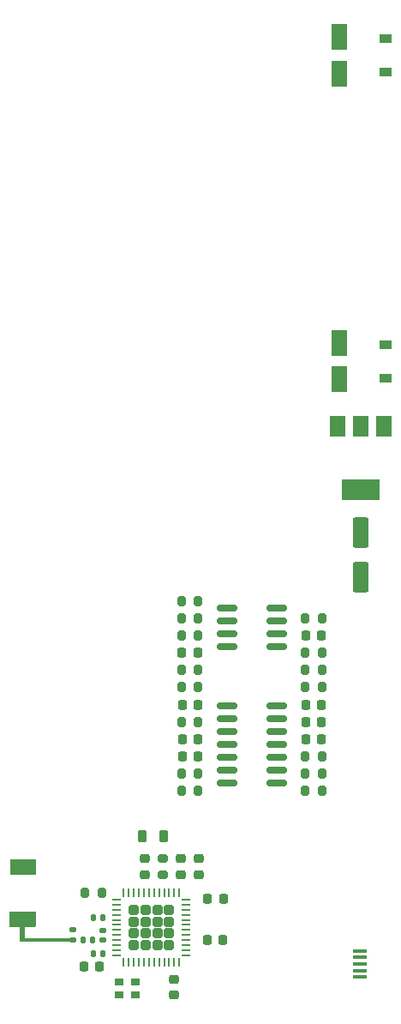
<source format=gbr>
%TF.GenerationSoftware,KiCad,Pcbnew,(6.0.1)*%
%TF.CreationDate,2022-03-12T16:38:44+00:00*%
%TF.ProjectId,Ball_Base_Components,42616c6c-5f42-4617-9365-5f436f6d706f,rev?*%
%TF.SameCoordinates,Original*%
%TF.FileFunction,Paste,Top*%
%TF.FilePolarity,Positive*%
%FSLAX46Y46*%
G04 Gerber Fmt 4.6, Leading zero omitted, Abs format (unit mm)*
G04 Created by KiCad (PCBNEW (6.0.1)) date 2022-03-12 16:38:44*
%MOMM*%
%LPD*%
G01*
G04 APERTURE LIST*
G04 Aperture macros list*
%AMRoundRect*
0 Rectangle with rounded corners*
0 $1 Rounding radius*
0 $2 $3 $4 $5 $6 $7 $8 $9 X,Y pos of 4 corners*
0 Add a 4 corners polygon primitive as box body*
4,1,4,$2,$3,$4,$5,$6,$7,$8,$9,$2,$3,0*
0 Add four circle primitives for the rounded corners*
1,1,$1+$1,$2,$3*
1,1,$1+$1,$4,$5*
1,1,$1+$1,$6,$7*
1,1,$1+$1,$8,$9*
0 Add four rect primitives between the rounded corners*
20,1,$1+$1,$2,$3,$4,$5,0*
20,1,$1+$1,$4,$5,$6,$7,0*
20,1,$1+$1,$6,$7,$8,$9,0*
20,1,$1+$1,$8,$9,$2,$3,0*%
%AMFreePoly0*
4,1,21,4.785355,0.185355,4.800000,0.150000,4.800000,-1.300000,5.800000,-1.300000,5.835355,-1.314645,5.850000,-1.350000,5.850000,-2.750000,5.835355,-2.785355,5.800000,-2.800000,3.300000,-2.800000,3.264645,-2.785355,3.250000,-2.750000,3.250000,-1.350000,3.264645,-1.314645,3.300000,-1.300000,4.300000,-1.300000,4.300000,-0.200000,-0.100000,-0.200000,-0.100000,0.200000,4.750000,0.200000,
4.785355,0.185355,4.785355,0.185355,$1*%
G04 Aperture macros list end*
%ADD10RoundRect,0.200000X0.200000X0.275000X-0.200000X0.275000X-0.200000X-0.275000X0.200000X-0.275000X0*%
%ADD11RoundRect,0.225000X0.225000X0.250000X-0.225000X0.250000X-0.225000X-0.250000X0.225000X-0.250000X0*%
%ADD12RoundRect,0.200000X-0.200000X-0.275000X0.200000X-0.275000X0.200000X0.275000X-0.200000X0.275000X0*%
%ADD13R,0.900000X0.800000*%
%ADD14RoundRect,0.225000X0.250000X-0.225000X0.250000X0.225000X-0.250000X0.225000X-0.250000X-0.225000X0*%
%ADD15RoundRect,0.225000X-0.250000X0.225000X-0.250000X-0.225000X0.250000X-0.225000X0.250000X0.225000X0*%
%ADD16R,1.200000X0.900000*%
%ADD17R,1.350000X0.400000*%
%ADD18RoundRect,0.250000X0.550000X-1.050000X0.550000X1.050000X-0.550000X1.050000X-0.550000X-1.050000X0*%
%ADD19RoundRect,0.225000X-0.225000X-0.250000X0.225000X-0.250000X0.225000X0.250000X-0.225000X0.250000X0*%
%ADD20RoundRect,0.250000X-0.550000X1.250000X-0.550000X-1.250000X0.550000X-1.250000X0.550000X1.250000X0*%
%ADD21RoundRect,0.140000X0.170000X-0.140000X0.170000X0.140000X-0.170000X0.140000X-0.170000X-0.140000X0*%
%ADD22RoundRect,0.249323X-0.249323X0.249323X-0.249323X-0.249323X0.249323X-0.249323X0.249323X0.249323X0*%
%ADD23RoundRect,0.062500X-0.062500X0.375000X-0.062500X-0.375000X0.062500X-0.375000X0.062500X0.375000X0*%
%ADD24RoundRect,0.062500X-0.375000X0.062500X-0.375000X-0.062500X0.375000X-0.062500X0.375000X0.062500X0*%
%ADD25R,1.500000X2.000000*%
%ADD26R,3.800000X2.000000*%
%ADD27RoundRect,0.200000X-0.275000X0.200000X-0.275000X-0.200000X0.275000X-0.200000X0.275000X0.200000X0*%
%ADD28RoundRect,0.147500X0.147500X0.172500X-0.147500X0.172500X-0.147500X-0.172500X0.147500X-0.172500X0*%
%ADD29RoundRect,0.140000X0.140000X0.170000X-0.140000X0.170000X-0.140000X-0.170000X0.140000X-0.170000X0*%
%ADD30RoundRect,0.150000X-0.825000X-0.150000X0.825000X-0.150000X0.825000X0.150000X-0.825000X0.150000X0*%
%ADD31RoundRect,0.218750X-0.218750X-0.381250X0.218750X-0.381250X0.218750X0.381250X-0.218750X0.381250X0*%
%ADD32RoundRect,0.150000X0.825000X0.150000X-0.825000X0.150000X-0.825000X-0.150000X0.825000X-0.150000X0*%
%ADD33FreePoly0,180.000000*%
%ADD34R,2.600000X1.500000*%
G04 APERTURE END LIST*
D10*
%TO.C,R5*%
X153425000Y-131400000D03*
X151775000Y-131400000D03*
%TD*%
D11*
%TO.C,C8*%
X131475000Y-150500000D03*
X129925000Y-150500000D03*
%TD*%
D12*
%TO.C,R2*%
X139575000Y-131400000D03*
X141225000Y-131400000D03*
%TD*%
D13*
%TO.C,Y1*%
X133375000Y-153225000D03*
X135025000Y-153225000D03*
X135025000Y-151975000D03*
X133375000Y-151975000D03*
%TD*%
D14*
%TO.C,C2*%
X139500000Y-141375000D03*
X139500000Y-139825000D03*
%TD*%
D15*
%TO.C,C7*%
X135900000Y-139825000D03*
X135900000Y-141375000D03*
%TD*%
%TO.C,C4*%
X138800000Y-151725000D03*
X138800000Y-153275000D03*
%TD*%
D10*
%TO.C,R4*%
X153425000Y-133100000D03*
X151775000Y-133100000D03*
%TD*%
D12*
%TO.C,R12*%
X139575000Y-116100000D03*
X141225000Y-116100000D03*
%TD*%
D16*
%TO.C,D1*%
X159700000Y-92337500D03*
X159700000Y-89037500D03*
%TD*%
D17*
%TO.C,J3*%
X157215000Y-151500000D03*
X157215000Y-150850000D03*
X157215000Y-150200000D03*
X157215000Y-149550000D03*
X157215000Y-148900000D03*
%TD*%
D18*
%TO.C,C11*%
X155200000Y-62300000D03*
X155200000Y-58700000D03*
%TD*%
D19*
%TO.C,C6*%
X142125000Y-147800000D03*
X143675000Y-147800000D03*
%TD*%
D12*
%TO.C,R16*%
X139575000Y-114400000D03*
X141225000Y-114400000D03*
%TD*%
D14*
%TO.C,C1*%
X141300000Y-141375000D03*
X141300000Y-139825000D03*
%TD*%
D20*
%TO.C,C14*%
X157300000Y-107650000D03*
X157300000Y-112050000D03*
%TD*%
D21*
%TO.C,C12*%
X131800000Y-147850000D03*
X131800000Y-146890000D03*
%TD*%
D19*
%TO.C,C21*%
X139600000Y-119500000D03*
X141150000Y-119500000D03*
%TD*%
%TO.C,C5*%
X142143750Y-143800000D03*
X143693750Y-143800000D03*
%TD*%
D12*
%TO.C,R17*%
X130013750Y-143210000D03*
X131663750Y-143210000D03*
%TD*%
%TO.C,R6*%
X139575000Y-133100000D03*
X141225000Y-133100000D03*
%TD*%
D10*
%TO.C,R3*%
X153425000Y-129700000D03*
X151775000Y-129700000D03*
%TD*%
%TO.C,R15*%
X141225000Y-126300000D03*
X139575000Y-126300000D03*
%TD*%
D22*
%TO.C,U1*%
X136018750Y-146018750D03*
X134856250Y-146018750D03*
X138343750Y-146018750D03*
X138343750Y-144856250D03*
X138343750Y-148343750D03*
X138343750Y-147181250D03*
X134856250Y-148343750D03*
X134856250Y-144856250D03*
X134856250Y-147181250D03*
X137181250Y-144856250D03*
X137181250Y-148343750D03*
X136018750Y-144856250D03*
X136018750Y-148343750D03*
X137181250Y-146018750D03*
X136018750Y-147181250D03*
X137181250Y-147181250D03*
D23*
X139350000Y-143162500D03*
X138850000Y-143162500D03*
X138350000Y-143162500D03*
X137850000Y-143162500D03*
X137350000Y-143162500D03*
X136850000Y-143162500D03*
X136350000Y-143162500D03*
X135850000Y-143162500D03*
X135350000Y-143162500D03*
X134850000Y-143162500D03*
X134350000Y-143162500D03*
X133850000Y-143162500D03*
D24*
X133162500Y-143850000D03*
X133162500Y-144350000D03*
X133162500Y-144850000D03*
X133162500Y-145350000D03*
X133162500Y-145850000D03*
X133162500Y-146350000D03*
X133162500Y-146850000D03*
X133162500Y-147350000D03*
X133162500Y-147850000D03*
X133162500Y-148350000D03*
X133162500Y-148850000D03*
X133162500Y-149350000D03*
D23*
X133850000Y-150037500D03*
X134350000Y-150037500D03*
X134850000Y-150037500D03*
X135350000Y-150037500D03*
X135850000Y-150037500D03*
X136350000Y-150037500D03*
X136850000Y-150037500D03*
X137350000Y-150037500D03*
X137850000Y-150037500D03*
X138350000Y-150037500D03*
X138850000Y-150037500D03*
X139350000Y-150037500D03*
D24*
X140037500Y-149350000D03*
X140037500Y-148850000D03*
X140037500Y-148350000D03*
X140037500Y-147850000D03*
X140037500Y-147350000D03*
X140037500Y-146850000D03*
X140037500Y-146350000D03*
X140037500Y-145850000D03*
X140037500Y-145350000D03*
X140037500Y-144850000D03*
X140037500Y-144350000D03*
X140037500Y-143850000D03*
%TD*%
D16*
%TO.C,D2*%
X159700000Y-62150000D03*
X159700000Y-58850000D03*
%TD*%
D10*
%TO.C,R14*%
X153425000Y-116100000D03*
X151775000Y-116100000D03*
%TD*%
D19*
%TO.C,C19*%
X151825000Y-117800000D03*
X153375000Y-117800000D03*
%TD*%
D25*
%TO.C,U2*%
X159600000Y-97100000D03*
D26*
X157300000Y-103400000D03*
D25*
X157300000Y-97100000D03*
X155000000Y-97100000D03*
%TD*%
D12*
%TO.C,R10*%
X139550000Y-121200000D03*
X141200000Y-121200000D03*
%TD*%
D19*
%TO.C,C22*%
X139625000Y-124600000D03*
X141175000Y-124600000D03*
%TD*%
D27*
%TO.C,R1*%
X137700000Y-139775000D03*
X137700000Y-141425000D03*
%TD*%
D11*
%TO.C,C20*%
X153375000Y-124600000D03*
X151825000Y-124600000D03*
%TD*%
D10*
%TO.C,R9*%
X153425000Y-121200000D03*
X151775000Y-121200000D03*
%TD*%
D28*
%TO.C,L1*%
X130785000Y-147850000D03*
X129815000Y-147850000D03*
%TD*%
D29*
%TO.C,C9*%
X131780000Y-149200000D03*
X130820000Y-149200000D03*
%TD*%
D30*
%TO.C,U4*%
X144025000Y-115095000D03*
X144025000Y-116365000D03*
X144025000Y-117635000D03*
X144025000Y-118905000D03*
X148975000Y-118905000D03*
X148975000Y-117635000D03*
X148975000Y-116365000D03*
X148975000Y-115095000D03*
%TD*%
D12*
%TO.C,R11*%
X139575000Y-122900000D03*
X141225000Y-122900000D03*
%TD*%
D18*
%TO.C,C10*%
X155200000Y-92487500D03*
X155200000Y-88887500D03*
%TD*%
D11*
%TO.C,C17*%
X141175000Y-129700000D03*
X139625000Y-129700000D03*
%TD*%
D19*
%TO.C,C15*%
X139625000Y-128000000D03*
X141175000Y-128000000D03*
%TD*%
D31*
%TO.C,L2*%
X135656250Y-137600000D03*
X137781250Y-137600000D03*
%TD*%
D10*
%TO.C,R8*%
X153425000Y-119500000D03*
X151775000Y-119500000D03*
%TD*%
D29*
%TO.C,C3*%
X131780000Y-145600000D03*
X130820000Y-145600000D03*
%TD*%
D21*
%TO.C,C13*%
X128800000Y-147820000D03*
X128800000Y-146860000D03*
%TD*%
D11*
%TO.C,C16*%
X153375000Y-128000000D03*
X151825000Y-128000000D03*
%TD*%
D12*
%TO.C,R13*%
X139575000Y-117800000D03*
X141225000Y-117800000D03*
%TD*%
D32*
%TO.C,U3*%
X148975000Y-132310000D03*
X148975000Y-131040000D03*
X148975000Y-129770000D03*
X148975000Y-128500000D03*
X148975000Y-127230000D03*
X148975000Y-125960000D03*
X148975000Y-124690000D03*
X144025000Y-124690000D03*
X144025000Y-125960000D03*
X144025000Y-127230000D03*
X144025000Y-128500000D03*
X144025000Y-129770000D03*
X144025000Y-131040000D03*
X144025000Y-132310000D03*
%TD*%
D33*
%TO.C,AE1*%
X128425000Y-147800000D03*
D34*
X123875000Y-140650000D03*
%TD*%
D10*
%TO.C,R7*%
X153425000Y-122900000D03*
X151775000Y-122900000D03*
%TD*%
D11*
%TO.C,C18*%
X153375000Y-126300000D03*
X151825000Y-126300000D03*
%TD*%
M02*

</source>
